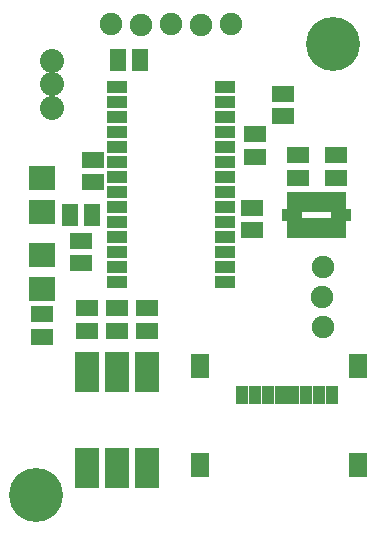
<source format=gts>
G04 (created by PCBNEW (2013-07-07 BZR 4022)-stable) date 7/21/2013 7:03:44 PM*
%MOIN*%
G04 Gerber Fmt 3.4, Leading zero omitted, Abs format*
%FSLAX34Y34*%
G01*
G70*
G90*
G04 APERTURE LIST*
%ADD10C,0.00590551*%
%ADD11R,0.0436X0.0613*%
%ADD12R,0.0613X0.0791*%
%ADD13R,0.0790551X0.13811*%
%ADD14C,0.075*%
%ADD15R,0.0417X0.0651*%
%ADD16R,0.0651X0.0417*%
%ADD17R,0.0909X0.0829*%
%ADD18R,0.075X0.055*%
%ADD19C,0.18*%
%ADD20R,0.055X0.075*%
%ADD21R,0.07X0.04*%
%ADD22C,0.08*%
G04 APERTURE END LIST*
G54D10*
G54D11*
X42152Y-43922D03*
X42585Y-43922D03*
X43018Y-43922D03*
X43451Y-43922D03*
X43884Y-43922D03*
X44317Y-43922D03*
X44750Y-43922D03*
X45183Y-43922D03*
G54D12*
X40752Y-42926D03*
X46048Y-42926D03*
X40752Y-46233D03*
X46048Y-46233D03*
G54D13*
X37000Y-43155D03*
X38000Y-43155D03*
X39000Y-43155D03*
X39000Y-46344D03*
X38000Y-46344D03*
X37000Y-46344D03*
G54D14*
X44874Y-41650D03*
X44826Y-40650D03*
X44874Y-39650D03*
G54D15*
X45437Y-37468D03*
X45122Y-37468D03*
X44807Y-37468D03*
X44493Y-37468D03*
X44178Y-37468D03*
X43863Y-37468D03*
G54D16*
X43824Y-37900D03*
G54D15*
X43863Y-38332D03*
X44178Y-38332D03*
X44493Y-38332D03*
X44807Y-38332D03*
X45122Y-38332D03*
X45437Y-38332D03*
G54D16*
X45476Y-37900D03*
G54D14*
X37800Y-31526D03*
X38800Y-31574D03*
X39800Y-31526D03*
X40800Y-31574D03*
X41800Y-31526D03*
G54D17*
X35500Y-36691D03*
X35500Y-37809D03*
X35500Y-39241D03*
X35500Y-40359D03*
G54D18*
X36800Y-39525D03*
X36800Y-38775D03*
X37000Y-41025D03*
X37000Y-41775D03*
X38000Y-41025D03*
X38000Y-41775D03*
X39000Y-41025D03*
X39000Y-41775D03*
G54D19*
X45200Y-32200D03*
X35300Y-47250D03*
G54D20*
X38775Y-32750D03*
X38025Y-32750D03*
X36425Y-37900D03*
X37175Y-37900D03*
G54D18*
X35500Y-41975D03*
X35500Y-41225D03*
X42600Y-35975D03*
X42600Y-35225D03*
X43550Y-33875D03*
X43550Y-34625D03*
X42500Y-37675D03*
X42500Y-38425D03*
X37200Y-36075D03*
X37200Y-36825D03*
X45300Y-36675D03*
X45300Y-35925D03*
X44050Y-36675D03*
X44050Y-35925D03*
G54D21*
X38000Y-33650D03*
X38000Y-34150D03*
X38000Y-34650D03*
X38000Y-35150D03*
X38000Y-35650D03*
X38000Y-36150D03*
X38000Y-36650D03*
X38000Y-37150D03*
X38000Y-37650D03*
X38000Y-38150D03*
X38000Y-38650D03*
X38000Y-39150D03*
X38000Y-39650D03*
X38000Y-40150D03*
X41600Y-40150D03*
X41600Y-39650D03*
X41600Y-39150D03*
X41600Y-38650D03*
X41600Y-38150D03*
X41600Y-37650D03*
X41600Y-37150D03*
X41600Y-36650D03*
X41600Y-36150D03*
X41600Y-35650D03*
X41600Y-35150D03*
X41600Y-34650D03*
X41600Y-34150D03*
X41600Y-33650D03*
G54D22*
X35850Y-34337D03*
X35850Y-33550D03*
X35850Y-32763D03*
M02*

</source>
